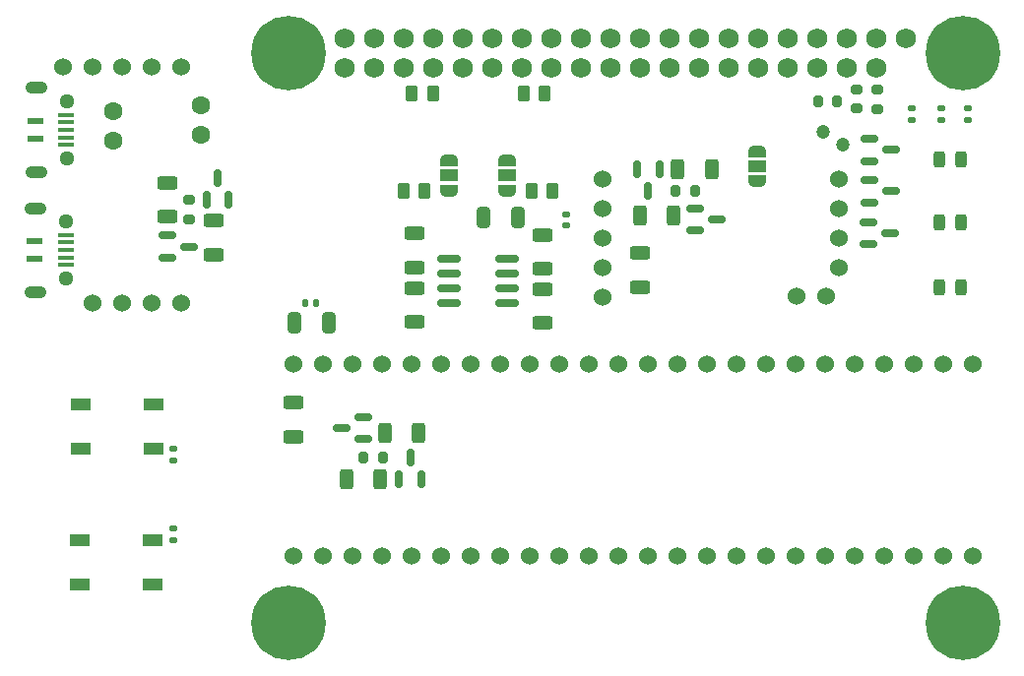
<source format=gbr>
%TF.GenerationSoftware,KiCad,Pcbnew,8.0.3*%
%TF.CreationDate,2024-11-13T23:51:52+02:00*%
%TF.ProjectId,ProvisioningJig_v3,50726f76-6973-4696-9f6e-696e674a6967,rev?*%
%TF.SameCoordinates,Original*%
%TF.FileFunction,Soldermask,Top*%
%TF.FilePolarity,Negative*%
%FSLAX46Y46*%
G04 Gerber Fmt 4.6, Leading zero omitted, Abs format (unit mm)*
G04 Created by KiCad (PCBNEW 8.0.3) date 2024-11-13 23:51:52*
%MOMM*%
%LPD*%
G01*
G04 APERTURE LIST*
G04 Aperture macros list*
%AMRoundRect*
0 Rectangle with rounded corners*
0 $1 Rounding radius*
0 $2 $3 $4 $5 $6 $7 $8 $9 X,Y pos of 4 corners*
0 Add a 4 corners polygon primitive as box body*
4,1,4,$2,$3,$4,$5,$6,$7,$8,$9,$2,$3,0*
0 Add four circle primitives for the rounded corners*
1,1,$1+$1,$2,$3*
1,1,$1+$1,$4,$5*
1,1,$1+$1,$6,$7*
1,1,$1+$1,$8,$9*
0 Add four rect primitives between the rounded corners*
20,1,$1+$1,$2,$3,$4,$5,0*
20,1,$1+$1,$4,$5,$6,$7,0*
20,1,$1+$1,$6,$7,$8,$9,0*
20,1,$1+$1,$8,$9,$2,$3,0*%
%AMFreePoly0*
4,1,19,0.550000,-0.750000,0.000000,-0.750000,0.000000,-0.744911,-0.071157,-0.744911,-0.207708,-0.704816,-0.327430,-0.627875,-0.420627,-0.520320,-0.479746,-0.390866,-0.500000,-0.250000,-0.500000,0.250000,-0.479746,0.390866,-0.420627,0.520320,-0.327430,0.627875,-0.207708,0.704816,-0.071157,0.744911,0.000000,0.744911,0.000000,0.750000,0.550000,0.750000,0.550000,-0.750000,0.550000,-0.750000,
$1*%
%AMFreePoly1*
4,1,19,0.000000,0.744911,0.071157,0.744911,0.207708,0.704816,0.327430,0.627875,0.420627,0.520320,0.479746,0.390866,0.500000,0.250000,0.500000,-0.250000,0.479746,-0.390866,0.420627,-0.520320,0.327430,-0.627875,0.207708,-0.704816,0.071157,-0.744911,0.000000,-0.744911,0.000000,-0.750000,-0.550000,-0.750000,-0.550000,0.750000,0.000000,0.750000,0.000000,0.744911,0.000000,0.744911,
$1*%
G04 Aperture macros list end*
%ADD10FreePoly0,270.000000*%
%ADD11R,1.500000X1.000000*%
%ADD12FreePoly1,270.000000*%
%ADD13RoundRect,0.200000X-0.275000X0.200000X-0.275000X-0.200000X0.275000X-0.200000X0.275000X0.200000X0*%
%ADD14RoundRect,0.250000X0.262500X0.450000X-0.262500X0.450000X-0.262500X-0.450000X0.262500X-0.450000X0*%
%ADD15RoundRect,0.250000X-0.312500X-0.625000X0.312500X-0.625000X0.312500X0.625000X-0.312500X0.625000X0*%
%ADD16RoundRect,0.135000X0.185000X-0.135000X0.185000X0.135000X-0.185000X0.135000X-0.185000X-0.135000X0*%
%ADD17R,1.350000X0.400000*%
%ADD18O,1.900000X1.070000*%
%ADD19O,1.300000X1.300000*%
%ADD20R,1.400000X0.600000*%
%ADD21RoundRect,0.150000X-0.825000X-0.150000X0.825000X-0.150000X0.825000X0.150000X-0.825000X0.150000X0*%
%ADD22RoundRect,0.250000X0.325000X0.650000X-0.325000X0.650000X-0.325000X-0.650000X0.325000X-0.650000X0*%
%ADD23R,1.700000X1.000000*%
%ADD24RoundRect,0.250000X0.625000X-0.312500X0.625000X0.312500X-0.625000X0.312500X-0.625000X-0.312500X0*%
%ADD25RoundRect,0.150000X0.150000X-0.587500X0.150000X0.587500X-0.150000X0.587500X-0.150000X-0.587500X0*%
%ADD26RoundRect,0.200000X-0.200000X-0.275000X0.200000X-0.275000X0.200000X0.275000X-0.200000X0.275000X0*%
%ADD27RoundRect,0.150000X-0.587500X-0.150000X0.587500X-0.150000X0.587500X0.150000X-0.587500X0.150000X0*%
%ADD28RoundRect,0.200000X0.200000X0.275000X-0.200000X0.275000X-0.200000X-0.275000X0.200000X-0.275000X0*%
%ADD29RoundRect,0.250000X0.312500X0.625000X-0.312500X0.625000X-0.312500X-0.625000X0.312500X-0.625000X0*%
%ADD30RoundRect,0.243750X-0.243750X-0.456250X0.243750X-0.456250X0.243750X0.456250X-0.243750X0.456250X0*%
%ADD31RoundRect,0.250000X-0.262500X-0.450000X0.262500X-0.450000X0.262500X0.450000X-0.262500X0.450000X0*%
%ADD32RoundRect,0.250000X-0.625000X0.312500X-0.625000X-0.312500X0.625000X-0.312500X0.625000X0.312500X0*%
%ADD33RoundRect,0.200000X0.275000X-0.200000X0.275000X0.200000X-0.275000X0.200000X-0.275000X-0.200000X0*%
%ADD34RoundRect,0.150000X0.587500X0.150000X-0.587500X0.150000X-0.587500X-0.150000X0.587500X-0.150000X0*%
%ADD35RoundRect,0.140000X-0.140000X-0.170000X0.140000X-0.170000X0.140000X0.170000X-0.140000X0.170000X0*%
%ADD36RoundRect,0.150000X-0.150000X0.587500X-0.150000X-0.587500X0.150000X-0.587500X0.150000X0.587500X0*%
%ADD37RoundRect,0.250000X-0.325000X-0.650000X0.325000X-0.650000X0.325000X0.650000X-0.325000X0.650000X0*%
%ADD38C,1.524000*%
%ADD39RoundRect,0.140000X0.170000X-0.140000X0.170000X0.140000X-0.170000X0.140000X-0.170000X-0.140000X0*%
%ADD40C,1.200000*%
%ADD41RoundRect,0.135000X-0.185000X0.135000X-0.185000X-0.135000X0.185000X-0.135000X0.185000X0.135000X0*%
%ADD42FreePoly0,90.000000*%
%ADD43FreePoly1,90.000000*%
%ADD44C,1.600000*%
%ADD45C,1.728000*%
%ADD46C,6.404000*%
G04 APERTURE END LIST*
D10*
%TO.C,JP4*%
X147300000Y-80300000D03*
D11*
X147300000Y-81600000D03*
D12*
X147300000Y-82900000D03*
%TD*%
D13*
%TO.C,R16*%
X179100000Y-74200000D03*
X179100000Y-75850000D03*
%TD*%
D14*
%TO.C,R17*%
X140212500Y-82900000D03*
X138387500Y-82900000D03*
%TD*%
D15*
%TO.C,R5*%
X133470500Y-107721400D03*
X136395500Y-107721400D03*
%TD*%
D16*
%TO.C,R15*%
X184600000Y-76810000D03*
X184600000Y-75790000D03*
%TD*%
D17*
%TO.C,J1*%
X109327000Y-86699000D03*
X109327000Y-87349000D03*
X109327000Y-87999000D03*
X109327000Y-88649000D03*
X109327000Y-89299000D03*
D18*
X106727000Y-84399000D03*
D19*
X109377000Y-85574000D03*
D20*
X106677000Y-87199000D03*
X106677000Y-88799000D03*
D19*
X109377000Y-90424000D03*
D18*
X106727000Y-91599000D03*
%TD*%
D21*
%TO.C,U5*%
X142325000Y-88795000D03*
X142325000Y-90065000D03*
X142325000Y-91335000D03*
X142325000Y-92605000D03*
X147275000Y-92605000D03*
X147275000Y-91335000D03*
X147275000Y-90065000D03*
X147275000Y-88795000D03*
%TD*%
D22*
%TO.C,C9*%
X148175000Y-85200000D03*
X145225000Y-85200000D03*
%TD*%
D23*
%TO.C,SW2*%
X116900000Y-105100000D03*
X110600000Y-105100000D03*
X116900000Y-101300000D03*
X110600000Y-101300000D03*
%TD*%
D10*
%TO.C,JP1*%
X142300000Y-80300000D03*
D11*
X142300000Y-81600000D03*
D12*
X142300000Y-82900000D03*
%TD*%
D24*
%TO.C,R7*%
X122060400Y-88411300D03*
X122060400Y-85486300D03*
%TD*%
D25*
%TO.C,Q6*%
X121434100Y-83667600D03*
X123334100Y-83667600D03*
X122384100Y-81792600D03*
%TD*%
D26*
%TO.C,R20*%
X174000000Y-75200000D03*
X175650000Y-75200000D03*
%TD*%
D27*
%TO.C,Q4*%
X178400000Y-78450000D03*
X178400000Y-80350000D03*
X180275000Y-79400000D03*
%TD*%
D16*
%TO.C,R4*%
X118600000Y-106100000D03*
X118600000Y-105080000D03*
%TD*%
D28*
%TO.C,R3*%
X136588000Y-105841800D03*
X134938000Y-105841800D03*
%TD*%
D29*
%TO.C,R1*%
X139676100Y-103733600D03*
X136751100Y-103733600D03*
%TD*%
D30*
%TO.C,D1*%
X184462500Y-85600000D03*
X186337500Y-85600000D03*
%TD*%
D16*
%TO.C,R19*%
X182100000Y-76810000D03*
X182100000Y-75790000D03*
%TD*%
D31*
%TO.C,R18*%
X149387500Y-82900000D03*
X151212500Y-82900000D03*
%TD*%
D32*
%TO.C,R6*%
X118055900Y-82223900D03*
X118055900Y-85148900D03*
%TD*%
D33*
%TO.C,R8*%
X119933200Y-85348600D03*
X119933200Y-83698600D03*
%TD*%
D30*
%TO.C,D3*%
X184462500Y-91200000D03*
X186337500Y-91200000D03*
%TD*%
D34*
%TO.C,Q8*%
X134937000Y-104250000D03*
X134937000Y-102350000D03*
X133062000Y-103300000D03*
%TD*%
D27*
%TO.C,Q2*%
X163434300Y-84429600D03*
X163434300Y-86329600D03*
X165309300Y-85379600D03*
%TD*%
D23*
%TO.C,SW1*%
X110533500Y-112963000D03*
X116833500Y-112963000D03*
X110533500Y-116763000D03*
X116833500Y-116763000D03*
%TD*%
D32*
%TO.C,R26*%
X139300000Y-86600000D03*
X139300000Y-89525000D03*
%TD*%
D35*
%TO.C,C8*%
X129900000Y-92600000D03*
X130860000Y-92600000D03*
%TD*%
D27*
%TO.C,Q3*%
X178425000Y-82000000D03*
X178425000Y-83900000D03*
X180300000Y-82950000D03*
%TD*%
D14*
%TO.C,R13*%
X150512500Y-74498200D03*
X148687500Y-74498200D03*
%TD*%
D15*
%TO.C,R10*%
X158695200Y-85039200D03*
X161620200Y-85039200D03*
%TD*%
D36*
%TO.C,Q1*%
X160371100Y-81056000D03*
X158471100Y-81056000D03*
X159421100Y-82931000D03*
%TD*%
D17*
%TO.C,J5*%
X109377000Y-76366400D03*
X109377000Y-77016400D03*
X109377000Y-77666400D03*
X109377000Y-78316400D03*
X109377000Y-78966400D03*
D18*
X106777000Y-74066400D03*
D19*
X109427000Y-75241400D03*
D20*
X106727000Y-76866400D03*
X106727000Y-78466400D03*
D19*
X109427000Y-80091400D03*
D18*
X106777000Y-81266400D03*
%TD*%
D13*
%TO.C,R14*%
X177300000Y-74175000D03*
X177300000Y-75825000D03*
%TD*%
D37*
%TO.C,C7*%
X129000000Y-94300000D03*
X131950000Y-94300000D03*
%TD*%
D38*
%TO.C,U3*%
X128923500Y-114355000D03*
X131463500Y-114355000D03*
X134003500Y-114355000D03*
X136543500Y-114355000D03*
X139083500Y-114355000D03*
X141623500Y-114355000D03*
X144163500Y-114355000D03*
X146703500Y-114355000D03*
X149243500Y-114355000D03*
X151783500Y-114355000D03*
X154323500Y-114355000D03*
X156863500Y-114355000D03*
X159403500Y-114355000D03*
X161943500Y-114355000D03*
X164483500Y-114355000D03*
X167023500Y-114355000D03*
X169563500Y-114355000D03*
X172103500Y-114355000D03*
X174643500Y-114355000D03*
X177183500Y-114355000D03*
X179723500Y-114355000D03*
X182263500Y-114355000D03*
X184803500Y-114355000D03*
X187343500Y-114355000D03*
X187343500Y-97845000D03*
X184803500Y-97845000D03*
X182263500Y-97845000D03*
X179723500Y-97845000D03*
X177183500Y-97845000D03*
X174643500Y-97845000D03*
X172103500Y-97845000D03*
X169563500Y-97845000D03*
X167023500Y-97845000D03*
X164483500Y-97845000D03*
X161943500Y-97845000D03*
X159403500Y-97845000D03*
X156863500Y-97845000D03*
X154323500Y-97845000D03*
X151783500Y-97845000D03*
X149243500Y-97845000D03*
X146703500Y-97845000D03*
X144163500Y-97845000D03*
X141623500Y-97845000D03*
X139083500Y-97845000D03*
X136543500Y-97845000D03*
X134003500Y-97845000D03*
X131463500Y-97845000D03*
X128923500Y-97845000D03*
%TD*%
D32*
%TO.C,R24*%
X150300000Y-86700000D03*
X150300000Y-89625000D03*
%TD*%
D27*
%TO.C,Q9*%
X178362500Y-85600000D03*
X178362500Y-87500000D03*
X180237500Y-86550000D03*
%TD*%
D32*
%TO.C,R22*%
X158700000Y-88265000D03*
X158700000Y-91190000D03*
%TD*%
D39*
%TO.C,C10*%
X152400000Y-85900000D03*
X152400000Y-84940000D03*
%TD*%
D38*
%TO.C,U1*%
X155500000Y-92020000D03*
X155500000Y-89480000D03*
X155500000Y-86940000D03*
X155500000Y-84400000D03*
X155500000Y-81860000D03*
X175820000Y-89480000D03*
X175820000Y-86940000D03*
X175820000Y-84400000D03*
X175820000Y-81860000D03*
D40*
X174425000Y-77835000D03*
X176125000Y-78935000D03*
D38*
X172170000Y-92015000D03*
X174695000Y-92005000D03*
%TD*%
D32*
%TO.C,R27*%
X139300000Y-91275000D03*
X139300000Y-94200000D03*
%TD*%
D31*
%TO.C,R12*%
X139075000Y-74500000D03*
X140900000Y-74500000D03*
%TD*%
D30*
%TO.C,D2*%
X184462500Y-80200000D03*
X186337500Y-80200000D03*
%TD*%
D24*
%TO.C,R21*%
X128927900Y-104053100D03*
X128927900Y-101128100D03*
%TD*%
D25*
%TO.C,Q7*%
X138011500Y-107719100D03*
X139911500Y-107719100D03*
X138961500Y-105844100D03*
%TD*%
D38*
%TO.C,U2*%
X109067600Y-72235000D03*
X111607600Y-72235000D03*
X114147600Y-72235000D03*
X116687600Y-72235000D03*
X119227600Y-72235000D03*
X111607600Y-92555000D03*
X114147600Y-92555000D03*
X116687600Y-92555000D03*
X119227600Y-92555000D03*
%TD*%
D41*
%TO.C,R2*%
X118600000Y-111980000D03*
X118600000Y-113000000D03*
%TD*%
D26*
%TO.C,R11*%
X161784300Y-82931000D03*
X163434300Y-82931000D03*
%TD*%
D32*
%TO.C,R25*%
X150300000Y-91375000D03*
X150300000Y-94300000D03*
%TD*%
D27*
%TO.C,Q5*%
X118058200Y-86764300D03*
X118058200Y-88664300D03*
X119933200Y-87714300D03*
%TD*%
D29*
%TO.C,R9*%
X164871400Y-81051400D03*
X161946400Y-81051400D03*
%TD*%
D16*
%TO.C,R23*%
X186900000Y-76810000D03*
X186900000Y-75790000D03*
%TD*%
D42*
%TO.C,JP3*%
X168800000Y-82100000D03*
D11*
X168800000Y-80800000D03*
D43*
X168800000Y-79500000D03*
%TD*%
D44*
%TO.C,J7*%
X120950000Y-78065000D03*
%TD*%
%TO.C,J6*%
X120950000Y-75565000D03*
%TD*%
%TO.C,J4*%
X113450000Y-78565000D03*
%TD*%
%TO.C,J3*%
X113450000Y-76065000D03*
%TD*%
D45*
%TO.C,J2*%
X181585000Y-69800000D03*
X179045000Y-72340000D03*
X179045000Y-69800000D03*
X176505000Y-72340000D03*
X176505000Y-69800000D03*
X173965000Y-72340000D03*
X173965000Y-69800000D03*
X171425000Y-72340000D03*
X171425000Y-69800000D03*
X168885000Y-72340000D03*
X168885000Y-69800000D03*
X166345000Y-72340000D03*
X166345000Y-69800000D03*
X163805000Y-72340000D03*
X163805000Y-69800000D03*
X161265000Y-72340000D03*
X161265000Y-69800000D03*
X158725000Y-72340000D03*
X158725000Y-69800000D03*
X156185000Y-72340000D03*
X156185000Y-69800000D03*
X153645000Y-72340000D03*
X153645000Y-69800000D03*
X151105000Y-72340000D03*
X151105000Y-69800000D03*
X148565000Y-72340000D03*
X148565000Y-69800000D03*
X146025000Y-72340000D03*
X146025000Y-69800000D03*
X143485000Y-72340000D03*
X143485000Y-69800000D03*
X140945000Y-72340000D03*
X140945000Y-69800000D03*
X138405000Y-72340000D03*
X138405000Y-69800000D03*
X135865000Y-72340000D03*
X135865000Y-69800000D03*
X133322046Y-72335910D03*
X133325000Y-69800000D03*
D46*
X186455000Y-71070000D03*
X128455000Y-71070000D03*
X128455000Y-120070000D03*
X186455000Y-120070000D03*
%TD*%
M02*

</source>
